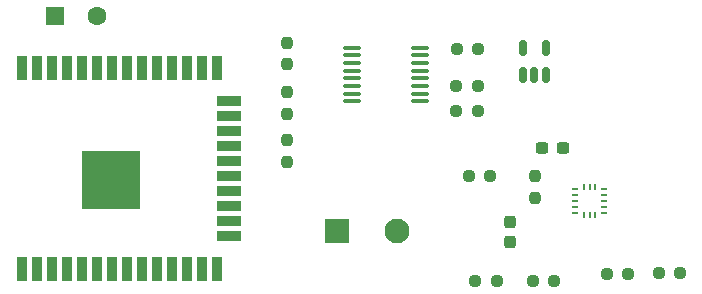
<source format=gbr>
%TF.GenerationSoftware,KiCad,Pcbnew,(6.0.2-0)*%
%TF.CreationDate,2022-03-23T11:12:32-04:00*%
%TF.ProjectId,chip-hardware,63686970-2d68-4617-9264-776172652e6b,v02*%
%TF.SameCoordinates,Original*%
%TF.FileFunction,Soldermask,Top*%
%TF.FilePolarity,Negative*%
%FSLAX46Y46*%
G04 Gerber Fmt 4.6, Leading zero omitted, Abs format (unit mm)*
G04 Created by KiCad (PCBNEW (6.0.2-0)) date 2022-03-23 11:12:32*
%MOMM*%
%LPD*%
G01*
G04 APERTURE LIST*
G04 Aperture macros list*
%AMRoundRect*
0 Rectangle with rounded corners*
0 $1 Rounding radius*
0 $2 $3 $4 $5 $6 $7 $8 $9 X,Y pos of 4 corners*
0 Add a 4 corners polygon primitive as box body*
4,1,4,$2,$3,$4,$5,$6,$7,$8,$9,$2,$3,0*
0 Add four circle primitives for the rounded corners*
1,1,$1+$1,$2,$3*
1,1,$1+$1,$4,$5*
1,1,$1+$1,$6,$7*
1,1,$1+$1,$8,$9*
0 Add four rect primitives between the rounded corners*
20,1,$1+$1,$2,$3,$4,$5,0*
20,1,$1+$1,$4,$5,$6,$7,0*
20,1,$1+$1,$6,$7,$8,$9,0*
20,1,$1+$1,$8,$9,$2,$3,0*%
G04 Aperture macros list end*
%ADD10RoundRect,0.237500X-0.250000X-0.237500X0.250000X-0.237500X0.250000X0.237500X-0.250000X0.237500X0*%
%ADD11RoundRect,0.237500X0.250000X0.237500X-0.250000X0.237500X-0.250000X-0.237500X0.250000X-0.237500X0*%
%ADD12R,2.100000X2.100000*%
%ADD13C,2.100000*%
%ADD14R,0.900000X2.000000*%
%ADD15R,2.000000X0.900000*%
%ADD16R,5.000000X5.000000*%
%ADD17RoundRect,0.100000X0.637500X0.100000X-0.637500X0.100000X-0.637500X-0.100000X0.637500X-0.100000X0*%
%ADD18RoundRect,0.150000X0.150000X-0.512500X0.150000X0.512500X-0.150000X0.512500X-0.150000X-0.512500X0*%
%ADD19RoundRect,0.250000X-0.550000X-0.550000X0.550000X-0.550000X0.550000X0.550000X-0.550000X0.550000X0*%
%ADD20C,1.600000*%
%ADD21RoundRect,0.237500X-0.237500X0.250000X-0.237500X-0.250000X0.237500X-0.250000X0.237500X0.250000X0*%
%ADD22RoundRect,0.237500X0.300000X0.237500X-0.300000X0.237500X-0.300000X-0.237500X0.300000X-0.237500X0*%
%ADD23RoundRect,0.237500X0.237500X-0.250000X0.237500X0.250000X-0.237500X0.250000X-0.237500X-0.250000X0*%
%ADD24RoundRect,0.062500X-0.212500X-0.062500X0.212500X-0.062500X0.212500X0.062500X-0.212500X0.062500X0*%
%ADD25RoundRect,0.062500X-0.062500X-0.212500X0.062500X-0.212500X0.062500X0.212500X-0.062500X0.212500X0*%
%ADD26RoundRect,0.237500X-0.237500X0.300000X-0.237500X-0.300000X0.237500X-0.300000X0.237500X0.300000X0*%
G04 APERTURE END LIST*
D10*
%TO.C,R3*%
X174017300Y-110236000D03*
X175842300Y-110236000D03*
%TD*%
D11*
%TO.C,R12*%
X158750000Y-91262200D03*
X156925000Y-91262200D03*
%TD*%
D12*
%TO.C,J2*%
X146807000Y-106677200D03*
D13*
X151887000Y-106677200D03*
%TD*%
D10*
%TO.C,R6*%
X157953900Y-102031800D03*
X159778900Y-102031800D03*
%TD*%
D14*
%TO.C,U5*%
X120123600Y-109871400D03*
X121393600Y-109871400D03*
X122663600Y-109871400D03*
X123933600Y-109871400D03*
X125203600Y-109871400D03*
X126473600Y-109871400D03*
X127743600Y-109871400D03*
X129013600Y-109871400D03*
X130283600Y-109871400D03*
X131553600Y-109871400D03*
X132823600Y-109871400D03*
X134093600Y-109871400D03*
X135363600Y-109871400D03*
X136633600Y-109871400D03*
D15*
X137633600Y-107086400D03*
X137633600Y-105816400D03*
X137633600Y-104546400D03*
X137633600Y-103276400D03*
X137633600Y-102006400D03*
X137633600Y-100736400D03*
X137633600Y-99466400D03*
X137633600Y-98196400D03*
X137633600Y-96926400D03*
X137633600Y-95656400D03*
D14*
X136633600Y-92871400D03*
X135363600Y-92871400D03*
X134093600Y-92871400D03*
X132823600Y-92871400D03*
X131553600Y-92871400D03*
X130283600Y-92871400D03*
X129013600Y-92871400D03*
X127743600Y-92871400D03*
X126473600Y-92871400D03*
X125203600Y-92871400D03*
X123933600Y-92871400D03*
X122663600Y-92871400D03*
X121393600Y-92871400D03*
X120123600Y-92871400D03*
D16*
X127623600Y-102371400D03*
%TD*%
D17*
%TO.C,U3*%
X153789300Y-95670800D03*
X153789300Y-95020800D03*
X153789300Y-94370800D03*
X153789300Y-93720800D03*
X153789300Y-93070800D03*
X153789300Y-92420800D03*
X153789300Y-91770800D03*
X153789300Y-91120800D03*
X148064300Y-91120800D03*
X148064300Y-91770800D03*
X148064300Y-92420800D03*
X148064300Y-93070800D03*
X148064300Y-93720800D03*
X148064300Y-94370800D03*
X148064300Y-95020800D03*
X148064300Y-95670800D03*
%TD*%
D18*
%TO.C,U1*%
X162549800Y-93415700D03*
X163499800Y-93415700D03*
X164449800Y-93415700D03*
X164449800Y-91140700D03*
X162549800Y-91140700D03*
%TD*%
D11*
%TO.C,R2*%
X171446200Y-110261400D03*
X169621200Y-110261400D03*
%TD*%
D10*
%TO.C,R5*%
X156872300Y-94411800D03*
X158697300Y-94411800D03*
%TD*%
D19*
%TO.C,J3*%
X122910600Y-88468200D03*
D20*
X126510600Y-88468200D03*
%TD*%
D21*
%TO.C,R4*%
X163578000Y-102008300D03*
X163578000Y-103833300D03*
%TD*%
D22*
%TO.C,C1*%
X165886300Y-99669600D03*
X164161300Y-99669600D03*
%TD*%
D23*
%TO.C,R9*%
X142570200Y-100783400D03*
X142570200Y-98958400D03*
%TD*%
D11*
%TO.C,R7*%
X158697300Y-96494600D03*
X156872300Y-96494600D03*
%TD*%
D10*
%TO.C,R11*%
X163361900Y-110921800D03*
X165186900Y-110921800D03*
%TD*%
D23*
%TO.C,R8*%
X142570200Y-92555700D03*
X142570200Y-90730700D03*
%TD*%
D21*
%TO.C,R10*%
X142570200Y-94896300D03*
X142570200Y-96721300D03*
%TD*%
D24*
%TO.C,U2*%
X166948409Y-103114602D03*
X166948409Y-103614601D03*
X166948409Y-104114600D03*
X166948409Y-104614599D03*
X166948409Y-105114598D03*
D25*
X167673401Y-105339591D03*
X168173400Y-105339591D03*
X168673399Y-105339591D03*
D24*
X169398391Y-105114598D03*
X169398391Y-104614599D03*
X169398391Y-104114600D03*
X169398391Y-103614601D03*
X169398391Y-103114602D03*
D25*
X168673399Y-102889609D03*
X168173400Y-102889609D03*
X167673401Y-102889609D03*
%TD*%
D10*
%TO.C,R1*%
X158499900Y-110921800D03*
X160324900Y-110921800D03*
%TD*%
D26*
%TO.C,C2*%
X161444400Y-105869400D03*
X161444400Y-107594400D03*
%TD*%
M02*

</source>
